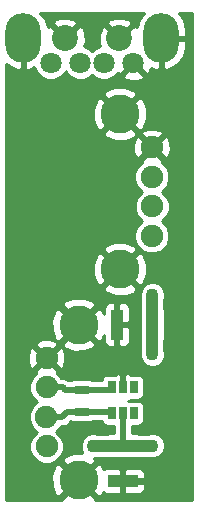
<source format=gbr>
G04 #@! TF.GenerationSoftware,KiCad,Pcbnew,(5.0.0)*
G04 #@! TF.CreationDate,2018-10-13T10:57:01-04:00*
G04 #@! TF.ProjectId,SecondPort_m3_usb,5365636F6E64506F72745F6D335F7573,1*
G04 #@! TF.SameCoordinates,Original*
G04 #@! TF.FileFunction,Copper,L2,Bot,Signal*
G04 #@! TF.FilePolarity,Positive*
%FSLAX46Y46*%
G04 Gerber Fmt 4.6, Leading zero omitted, Abs format (unit mm)*
G04 Created by KiCad (PCBNEW (5.0.0)) date 10/13/18 10:57:01*
%MOMM*%
%LPD*%
G01*
G04 APERTURE LIST*
G04 #@! TA.AperFunction,ComponentPad*
%ADD10C,1.900000*%
G04 #@! TD*
G04 #@! TA.AperFunction,ComponentPad*
%ADD11C,3.300000*%
G04 #@! TD*
G04 #@! TA.AperFunction,ComponentPad*
%ADD12O,3.000000X4.200000*%
G04 #@! TD*
G04 #@! TA.AperFunction,ComponentPad*
%ADD13C,2.200000*%
G04 #@! TD*
G04 #@! TA.AperFunction,ComponentPad*
%ADD14C,1.800000*%
G04 #@! TD*
G04 #@! TA.AperFunction,SMDPad,CuDef*
%ADD15R,1.300000X0.700000*%
G04 #@! TD*
G04 #@! TA.AperFunction,SMDPad,CuDef*
%ADD16R,0.650000X1.060000*%
G04 #@! TD*
G04 #@! TA.AperFunction,SMDPad,CuDef*
%ADD17R,1.000000X2.500000*%
G04 #@! TD*
G04 #@! TA.AperFunction,SMDPad,CuDef*
%ADD18R,2.500000X1.000000*%
G04 #@! TD*
G04 #@! TA.AperFunction,ViaPad*
%ADD19C,1.100000*%
G04 #@! TD*
G04 #@! TA.AperFunction,Conductor*
%ADD20C,0.500000*%
G04 #@! TD*
G04 #@! TA.AperFunction,Conductor*
%ADD21C,1.000000*%
G04 #@! TD*
G04 #@! TA.AperFunction,Conductor*
%ADD22C,0.254000*%
G04 #@! TD*
G04 APERTURE END LIST*
D10*
G04 #@! TO.P,J3,4*
G04 #@! TO.N,GND*
X106790000Y-129570000D03*
G04 #@! TO.P,J3,3*
G04 #@! TO.N,Net-(J3-Pad3)*
X106800000Y-132070000D03*
G04 #@! TO.P,J3,2*
G04 #@! TO.N,Net-(J3-Pad2)*
X106775000Y-134570000D03*
G04 #@! TO.P,J3,1*
G04 #@! TO.N,VBUS*
X106790000Y-137070000D03*
D11*
G04 #@! TO.P,J3,5*
G04 #@! TO.N,GND*
X109500000Y-126750000D03*
X109500000Y-139890000D03*
G04 #@! TD*
D12*
G04 #@! TO.P,J1,5*
G04 #@! TO.N,GND*
X116500000Y-102500000D03*
X104800000Y-102500000D03*
D13*
X112950000Y-102500000D03*
X108350000Y-102500000D03*
D14*
G04 #@! TO.P,J1,4*
X114150000Y-104600000D03*
G04 #@! TO.P,J1,3*
G04 #@! TO.N,Net-(J1-Pad3)*
X111650000Y-104600000D03*
G04 #@! TO.P,J1,2*
G04 #@! TO.N,Net-(J1-Pad2)*
X109650000Y-104600000D03*
G04 #@! TO.P,J1,1*
G04 #@! TO.N,VBUS*
X107150000Y-104600000D03*
G04 #@! TD*
D11*
G04 #@! TO.P,J2,5*
G04 #@! TO.N,GND*
X113000000Y-122070000D03*
X113000000Y-108930000D03*
D10*
G04 #@! TO.P,J2,1*
G04 #@! TO.N,VBUS*
X115710000Y-119250000D03*
G04 #@! TO.P,J2,2*
G04 #@! TO.N,Net-(J1-Pad2)*
X115725000Y-116750000D03*
G04 #@! TO.P,J2,3*
G04 #@! TO.N,Net-(J1-Pad3)*
X115700000Y-114250000D03*
G04 #@! TO.P,J2,4*
G04 #@! TO.N,GND*
X115710000Y-111750000D03*
G04 #@! TD*
D15*
G04 #@! TO.P,R1,2*
G04 #@! TO.N,Net-(J3-Pad2)*
X109750000Y-134150000D03*
G04 #@! TO.P,R1,1*
G04 #@! TO.N,Net-(J3-Pad3)*
X109750000Y-132250000D03*
G04 #@! TD*
D16*
G04 #@! TO.P,U1,5*
G04 #@! TO.N,VBUS*
X113250000Y-134250000D03*
G04 #@! TO.P,U1,6*
G04 #@! TO.N,Net-(J3-Pad2)*
X112300000Y-134250000D03*
G04 #@! TO.P,U1,4*
G04 #@! TO.N,Net-(U1-Pad4)*
X114200000Y-134250000D03*
G04 #@! TO.P,U1,3*
G04 #@! TO.N,Net-(U1-Pad3)*
X114200000Y-132050000D03*
G04 #@! TO.P,U1,2*
G04 #@! TO.N,GND*
X113250000Y-132050000D03*
G04 #@! TO.P,U1,1*
G04 #@! TO.N,Net-(J3-Pad3)*
X112300000Y-132050000D03*
G04 #@! TD*
D17*
G04 #@! TO.P,C2,2*
G04 #@! TO.N,GND*
X112750000Y-126750000D03*
G04 #@! TO.P,C2,1*
G04 #@! TO.N,VBUS*
X115750000Y-126750000D03*
G04 #@! TD*
D18*
G04 #@! TO.P,C1,2*
G04 #@! TO.N,GND*
X113250000Y-140000000D03*
G04 #@! TO.P,C1,1*
G04 #@! TO.N,VBUS*
X113250000Y-137000000D03*
G04 #@! TD*
D19*
G04 #@! TO.N,GND*
X112750000Y-129250000D03*
X115750000Y-140000000D03*
G04 #@! TO.N,VBUS*
X115750000Y-124250000D03*
X115750000Y-129250000D03*
X115750000Y-137000000D03*
X110750000Y-137000000D03*
G04 #@! TD*
D20*
G04 #@! TO.N,GND*
X112750000Y-126750000D02*
X112750000Y-129250000D01*
X113250000Y-140000000D02*
X115500000Y-140000000D01*
X115500000Y-140000000D02*
X115750000Y-140000000D01*
D21*
G04 #@! TO.N,VBUS*
X115750000Y-126750000D02*
X115750000Y-124250000D01*
D20*
X113250000Y-134250000D02*
X113250000Y-137000000D01*
D21*
X115750000Y-126750000D02*
X115750000Y-129250000D01*
X113250000Y-137000000D02*
X115750000Y-137000000D01*
X113250000Y-137000000D02*
X110750000Y-137000000D01*
D20*
G04 #@! TO.N,Net-(J3-Pad3)*
X108143502Y-132070000D02*
X108323502Y-132250000D01*
X106800000Y-132070000D02*
X108143502Y-132070000D01*
X108323502Y-132250000D02*
X109750000Y-132250000D01*
X112100000Y-132250000D02*
X112300000Y-132050000D01*
X109750000Y-132250000D02*
X112100000Y-132250000D01*
G04 #@! TO.N,Net-(J3-Pad2)*
X108600000Y-134150000D02*
X109750000Y-134150000D01*
X108538502Y-134150000D02*
X108600000Y-134150000D01*
X108118502Y-134570000D02*
X108538502Y-134150000D01*
X106775000Y-134570000D02*
X108118502Y-134570000D01*
X112200000Y-134150000D02*
X112300000Y-134250000D01*
X109750000Y-134150000D02*
X112200000Y-134150000D01*
G04 #@! TD*
D22*
G04 #@! TO.N,GND*
G36*
X119123000Y-141623000D02*
X110883754Y-141623000D01*
X110942709Y-141512314D01*
X109500000Y-140069605D01*
X108057291Y-141512314D01*
X108116246Y-141623000D01*
X103377000Y-141623000D01*
X103377000Y-139470426D01*
X107208327Y-139470426D01*
X107222206Y-140379350D01*
X107543334Y-141154621D01*
X107877686Y-141332709D01*
X109320395Y-139890000D01*
X109679605Y-139890000D01*
X111122314Y-141332709D01*
X111456666Y-141154621D01*
X111541813Y-140939839D01*
X111640301Y-141038327D01*
X111873690Y-141135000D01*
X112964250Y-141135000D01*
X113123000Y-140976250D01*
X113123000Y-140127000D01*
X113377000Y-140127000D01*
X113377000Y-140976250D01*
X113535750Y-141135000D01*
X114626310Y-141135000D01*
X114859699Y-141038327D01*
X115038327Y-140859698D01*
X115135000Y-140626309D01*
X115135000Y-140285750D01*
X114976250Y-140127000D01*
X113377000Y-140127000D01*
X113123000Y-140127000D01*
X113103000Y-140127000D01*
X113103000Y-139873000D01*
X113123000Y-139873000D01*
X113123000Y-139023750D01*
X113377000Y-139023750D01*
X113377000Y-139873000D01*
X114976250Y-139873000D01*
X115135000Y-139714250D01*
X115135000Y-139373691D01*
X115038327Y-139140302D01*
X114859699Y-138961673D01*
X114626310Y-138865000D01*
X113535750Y-138865000D01*
X113377000Y-139023750D01*
X113123000Y-139023750D01*
X112964250Y-138865000D01*
X111873690Y-138865000D01*
X111640301Y-138961673D01*
X111608950Y-138993024D01*
X111456666Y-138625379D01*
X111122314Y-138447291D01*
X109679605Y-139890000D01*
X109320395Y-139890000D01*
X107877686Y-138447291D01*
X107543334Y-138625379D01*
X107208327Y-139470426D01*
X103377000Y-139470426D01*
X103377000Y-134276206D01*
X105298000Y-134276206D01*
X105298000Y-134863794D01*
X105522860Y-135406653D01*
X105938347Y-135822140D01*
X105945927Y-135825280D01*
X105537860Y-136233347D01*
X105313000Y-136776206D01*
X105313000Y-137363794D01*
X105537860Y-137906653D01*
X105953347Y-138322140D01*
X106496206Y-138547000D01*
X107083794Y-138547000D01*
X107626653Y-138322140D01*
X108042140Y-137906653D01*
X108267000Y-137363794D01*
X108267000Y-136776206D01*
X108042140Y-136233347D01*
X107626653Y-135817860D01*
X107619073Y-135814720D01*
X108027140Y-135406653D01*
X108051098Y-135348814D01*
X108118502Y-135362222D01*
X108195027Y-135347000D01*
X108195028Y-135347000D01*
X108421672Y-135301918D01*
X108678688Y-135130186D01*
X108722040Y-135065305D01*
X108832360Y-134954985D01*
X108894375Y-134996423D01*
X109100000Y-135037324D01*
X110400000Y-135037324D01*
X110605625Y-134996423D01*
X110709523Y-134927000D01*
X111466916Y-134927000D01*
X111478577Y-134985625D01*
X111595055Y-135159945D01*
X111769375Y-135276423D01*
X111975000Y-135317324D01*
X112473000Y-135317324D01*
X112473001Y-135962676D01*
X112000000Y-135962676D01*
X111948097Y-135973000D01*
X111084940Y-135973000D01*
X110964229Y-135923000D01*
X110535771Y-135923000D01*
X110139928Y-136086963D01*
X109836963Y-136389928D01*
X109673000Y-136785771D01*
X109673000Y-137214229D01*
X109832648Y-137599654D01*
X109010650Y-137612206D01*
X108235379Y-137933334D01*
X108057291Y-138267686D01*
X109500000Y-139710395D01*
X110942709Y-138267686D01*
X110841143Y-138077000D01*
X110964229Y-138077000D01*
X111084940Y-138027000D01*
X111948097Y-138027000D01*
X112000000Y-138037324D01*
X114500000Y-138037324D01*
X114551903Y-138027000D01*
X115415060Y-138027000D01*
X115535771Y-138077000D01*
X115964229Y-138077000D01*
X116360072Y-137913037D01*
X116663037Y-137610072D01*
X116827000Y-137214229D01*
X116827000Y-136785771D01*
X116663037Y-136389928D01*
X116360072Y-136086963D01*
X115964229Y-135923000D01*
X115535771Y-135923000D01*
X115415060Y-135973000D01*
X114551903Y-135973000D01*
X114500000Y-135962676D01*
X114027000Y-135962676D01*
X114027000Y-135317324D01*
X114525000Y-135317324D01*
X114730625Y-135276423D01*
X114904945Y-135159945D01*
X115021423Y-134985625D01*
X115062324Y-134780000D01*
X115062324Y-133720000D01*
X115021423Y-133514375D01*
X114904945Y-133340055D01*
X114730625Y-133223577D01*
X114525000Y-133182676D01*
X113875000Y-133182676D01*
X113725000Y-133212513D01*
X113713052Y-133210136D01*
X113934699Y-133118327D01*
X113935702Y-133117324D01*
X114525000Y-133117324D01*
X114730625Y-133076423D01*
X114904945Y-132959945D01*
X115021423Y-132785625D01*
X115062324Y-132580000D01*
X115062324Y-131520000D01*
X115021423Y-131314375D01*
X114904945Y-131140055D01*
X114730625Y-131023577D01*
X114525000Y-130982676D01*
X113935702Y-130982676D01*
X113934699Y-130981673D01*
X113701310Y-130885000D01*
X113535750Y-130885000D01*
X113377000Y-131043750D01*
X113377000Y-131322303D01*
X113337676Y-131520000D01*
X113337676Y-132197000D01*
X113162324Y-132197000D01*
X113162324Y-131520000D01*
X113123000Y-131322303D01*
X113123000Y-131043750D01*
X112964250Y-130885000D01*
X112798690Y-130885000D01*
X112565301Y-130981673D01*
X112564298Y-130982676D01*
X111975000Y-130982676D01*
X111769375Y-131023577D01*
X111595055Y-131140055D01*
X111478577Y-131314375D01*
X111447025Y-131473000D01*
X110709523Y-131473000D01*
X110605625Y-131403577D01*
X110400000Y-131362676D01*
X109100000Y-131362676D01*
X108894375Y-131403577D01*
X108790477Y-131473000D01*
X108648592Y-131473000D01*
X108446672Y-131338082D01*
X108220028Y-131293000D01*
X108220027Y-131293000D01*
X108143502Y-131277778D01*
X108076098Y-131291186D01*
X108052140Y-131233347D01*
X107668851Y-130850058D01*
X107726745Y-130686350D01*
X106790000Y-129749605D01*
X105853255Y-130686350D01*
X105916374Y-130864833D01*
X105547860Y-131233347D01*
X105323000Y-131776206D01*
X105323000Y-132363794D01*
X105547860Y-132906653D01*
X105952998Y-133311791D01*
X105938347Y-133317860D01*
X105522860Y-133733347D01*
X105298000Y-134276206D01*
X103377000Y-134276206D01*
X103377000Y-129317398D01*
X105193812Y-129317398D01*
X105218648Y-129947461D01*
X105411981Y-130414208D01*
X105673650Y-130506745D01*
X106610395Y-129570000D01*
X106969605Y-129570000D01*
X107906350Y-130506745D01*
X108168019Y-130414208D01*
X108386188Y-129822602D01*
X108361352Y-129192539D01*
X108168019Y-128725792D01*
X107906350Y-128633255D01*
X106969605Y-129570000D01*
X106610395Y-129570000D01*
X105673650Y-128633255D01*
X105411981Y-128725792D01*
X105193812Y-129317398D01*
X103377000Y-129317398D01*
X103377000Y-128453650D01*
X105853255Y-128453650D01*
X106790000Y-129390395D01*
X107726745Y-128453650D01*
X107697982Y-128372314D01*
X108057291Y-128372314D01*
X108235379Y-128706666D01*
X109080426Y-129041673D01*
X109989350Y-129027794D01*
X110764621Y-128706666D01*
X110942709Y-128372314D01*
X109500000Y-126929605D01*
X108057291Y-128372314D01*
X107697982Y-128372314D01*
X107634208Y-128191981D01*
X107042602Y-127973812D01*
X106412539Y-127998648D01*
X105945792Y-128191981D01*
X105853255Y-128453650D01*
X103377000Y-128453650D01*
X103377000Y-126330426D01*
X107208327Y-126330426D01*
X107222206Y-127239350D01*
X107543334Y-128014621D01*
X107877686Y-128192709D01*
X109320395Y-126750000D01*
X109679605Y-126750000D01*
X111122314Y-128192709D01*
X111456666Y-128014621D01*
X111615000Y-127615227D01*
X111615000Y-128126310D01*
X111711673Y-128359699D01*
X111890302Y-128538327D01*
X112123691Y-128635000D01*
X112464250Y-128635000D01*
X112623000Y-128476250D01*
X112623000Y-126877000D01*
X112877000Y-126877000D01*
X112877000Y-128476250D01*
X113035750Y-128635000D01*
X113376309Y-128635000D01*
X113609698Y-128538327D01*
X113788327Y-128359699D01*
X113885000Y-128126310D01*
X113885000Y-127035750D01*
X113726250Y-126877000D01*
X112877000Y-126877000D01*
X112623000Y-126877000D01*
X112603000Y-126877000D01*
X112603000Y-126623000D01*
X112623000Y-126623000D01*
X112623000Y-125023750D01*
X112877000Y-125023750D01*
X112877000Y-126623000D01*
X113726250Y-126623000D01*
X113885000Y-126464250D01*
X113885000Y-125373690D01*
X113788327Y-125140301D01*
X113609698Y-124961673D01*
X113376309Y-124865000D01*
X113035750Y-124865000D01*
X112877000Y-125023750D01*
X112623000Y-125023750D01*
X112464250Y-124865000D01*
X112123691Y-124865000D01*
X111890302Y-124961673D01*
X111711673Y-125140301D01*
X111615000Y-125373690D01*
X111615000Y-125867631D01*
X111456666Y-125485379D01*
X111122314Y-125307291D01*
X109679605Y-126750000D01*
X109320395Y-126750000D01*
X107877686Y-125307291D01*
X107543334Y-125485379D01*
X107208327Y-126330426D01*
X103377000Y-126330426D01*
X103377000Y-125127686D01*
X108057291Y-125127686D01*
X109500000Y-126570395D01*
X110942709Y-125127686D01*
X110764621Y-124793334D01*
X109919574Y-124458327D01*
X109010650Y-124472206D01*
X108235379Y-124793334D01*
X108057291Y-125127686D01*
X103377000Y-125127686D01*
X103377000Y-123692314D01*
X111557291Y-123692314D01*
X111735379Y-124026666D01*
X112580426Y-124361673D01*
X113489350Y-124347794D01*
X114242639Y-124035771D01*
X114673000Y-124035771D01*
X114673000Y-124464229D01*
X114723001Y-124584942D01*
X114723001Y-125448095D01*
X114712676Y-125500000D01*
X114712676Y-128000000D01*
X114723001Y-128051905D01*
X114723001Y-128915058D01*
X114673000Y-129035771D01*
X114673000Y-129464229D01*
X114836963Y-129860072D01*
X115139928Y-130163037D01*
X115535771Y-130327000D01*
X115964229Y-130327000D01*
X116360072Y-130163037D01*
X116663037Y-129860072D01*
X116827000Y-129464229D01*
X116827000Y-129035771D01*
X116777000Y-128915060D01*
X116777000Y-128051903D01*
X116787324Y-128000000D01*
X116787324Y-125500000D01*
X116777000Y-125448097D01*
X116777000Y-124584940D01*
X116827000Y-124464229D01*
X116827000Y-124035771D01*
X116663037Y-123639928D01*
X116360072Y-123336963D01*
X115964229Y-123173000D01*
X115535771Y-123173000D01*
X115139928Y-123336963D01*
X114836963Y-123639928D01*
X114673000Y-124035771D01*
X114242639Y-124035771D01*
X114264621Y-124026666D01*
X114442709Y-123692314D01*
X113000000Y-122249605D01*
X111557291Y-123692314D01*
X103377000Y-123692314D01*
X103377000Y-121650426D01*
X110708327Y-121650426D01*
X110722206Y-122559350D01*
X111043334Y-123334621D01*
X111377686Y-123512709D01*
X112820395Y-122070000D01*
X113179605Y-122070000D01*
X114622314Y-123512709D01*
X114956666Y-123334621D01*
X115291673Y-122489574D01*
X115277794Y-121580650D01*
X114956666Y-120805379D01*
X114622314Y-120627291D01*
X113179605Y-122070000D01*
X112820395Y-122070000D01*
X111377686Y-120627291D01*
X111043334Y-120805379D01*
X110708327Y-121650426D01*
X103377000Y-121650426D01*
X103377000Y-120447686D01*
X111557291Y-120447686D01*
X113000000Y-121890395D01*
X114442709Y-120447686D01*
X114264621Y-120113334D01*
X113419574Y-119778327D01*
X112510650Y-119792206D01*
X111735379Y-120113334D01*
X111557291Y-120447686D01*
X103377000Y-120447686D01*
X103377000Y-113956206D01*
X114223000Y-113956206D01*
X114223000Y-114543794D01*
X114447860Y-115086653D01*
X114863347Y-115502140D01*
X114877998Y-115508209D01*
X114472860Y-115913347D01*
X114248000Y-116456206D01*
X114248000Y-117043794D01*
X114472860Y-117586653D01*
X114880927Y-117994720D01*
X114873347Y-117997860D01*
X114457860Y-118413347D01*
X114233000Y-118956206D01*
X114233000Y-119543794D01*
X114457860Y-120086653D01*
X114873347Y-120502140D01*
X115416206Y-120727000D01*
X116003794Y-120727000D01*
X116546653Y-120502140D01*
X116962140Y-120086653D01*
X117187000Y-119543794D01*
X117187000Y-118956206D01*
X116962140Y-118413347D01*
X116554073Y-118005280D01*
X116561653Y-118002140D01*
X116977140Y-117586653D01*
X117202000Y-117043794D01*
X117202000Y-116456206D01*
X116977140Y-115913347D01*
X116561653Y-115497860D01*
X116547002Y-115491791D01*
X116952140Y-115086653D01*
X117177000Y-114543794D01*
X117177000Y-113956206D01*
X116952140Y-113413347D01*
X116583626Y-113044833D01*
X116646745Y-112866350D01*
X115710000Y-111929605D01*
X114773255Y-112866350D01*
X114831149Y-113030058D01*
X114447860Y-113413347D01*
X114223000Y-113956206D01*
X103377000Y-113956206D01*
X103377000Y-111497398D01*
X114113812Y-111497398D01*
X114138648Y-112127461D01*
X114331981Y-112594208D01*
X114593650Y-112686745D01*
X115530395Y-111750000D01*
X115889605Y-111750000D01*
X116826350Y-112686745D01*
X117088019Y-112594208D01*
X117306188Y-112002602D01*
X117281352Y-111372539D01*
X117088019Y-110905792D01*
X116826350Y-110813255D01*
X115889605Y-111750000D01*
X115530395Y-111750000D01*
X114593650Y-110813255D01*
X114331981Y-110905792D01*
X114113812Y-111497398D01*
X103377000Y-111497398D01*
X103377000Y-110552314D01*
X111557291Y-110552314D01*
X111735379Y-110886666D01*
X112580426Y-111221673D01*
X113489350Y-111207794D01*
X114264621Y-110886666D01*
X114399386Y-110633650D01*
X114773255Y-110633650D01*
X115710000Y-111570395D01*
X116646745Y-110633650D01*
X116554208Y-110371981D01*
X115962602Y-110153812D01*
X115332539Y-110178648D01*
X114865792Y-110371981D01*
X114773255Y-110633650D01*
X114399386Y-110633650D01*
X114442709Y-110552314D01*
X113000000Y-109109605D01*
X111557291Y-110552314D01*
X103377000Y-110552314D01*
X103377000Y-108510426D01*
X110708327Y-108510426D01*
X110722206Y-109419350D01*
X111043334Y-110194621D01*
X111377686Y-110372709D01*
X112820395Y-108930000D01*
X113179605Y-108930000D01*
X114622314Y-110372709D01*
X114956666Y-110194621D01*
X115291673Y-109349574D01*
X115277794Y-108440650D01*
X114956666Y-107665379D01*
X114622314Y-107487291D01*
X113179605Y-108930000D01*
X112820395Y-108930000D01*
X111377686Y-107487291D01*
X111043334Y-107665379D01*
X110708327Y-108510426D01*
X103377000Y-108510426D01*
X103377000Y-107307686D01*
X111557291Y-107307686D01*
X113000000Y-108750395D01*
X114442709Y-107307686D01*
X114264621Y-106973334D01*
X113419574Y-106638327D01*
X112510650Y-106652206D01*
X111735379Y-106973334D01*
X111557291Y-107307686D01*
X103377000Y-107307686D01*
X103377000Y-104695346D01*
X103380130Y-104699476D01*
X104100304Y-105121084D01*
X104341167Y-105185113D01*
X104673000Y-105072165D01*
X104673000Y-102627000D01*
X104653000Y-102627000D01*
X104653000Y-102373000D01*
X104673000Y-102373000D01*
X104673000Y-102353000D01*
X104927000Y-102353000D01*
X104927000Y-102373000D01*
X104947000Y-102373000D01*
X104947000Y-102627000D01*
X104927000Y-102627000D01*
X104927000Y-105072165D01*
X105258833Y-105185113D01*
X105499696Y-105121084D01*
X105758507Y-104969570D01*
X105940247Y-105408331D01*
X106341669Y-105809753D01*
X106866152Y-106027000D01*
X107433848Y-106027000D01*
X107958331Y-105809753D01*
X108359753Y-105408331D01*
X108400000Y-105311166D01*
X108440247Y-105408331D01*
X108841669Y-105809753D01*
X109366152Y-106027000D01*
X109933848Y-106027000D01*
X110458331Y-105809753D01*
X110650000Y-105618084D01*
X110841669Y-105809753D01*
X111366152Y-106027000D01*
X111933848Y-106027000D01*
X112458331Y-105809753D01*
X112587925Y-105680159D01*
X113249446Y-105680159D01*
X113335852Y-105936643D01*
X113909336Y-106146458D01*
X114519460Y-106120839D01*
X114964148Y-105936643D01*
X115050554Y-105680159D01*
X114150000Y-104779605D01*
X113249446Y-105680159D01*
X112587925Y-105680159D01*
X112843710Y-105424374D01*
X113069841Y-105500554D01*
X113970395Y-104600000D01*
X113956253Y-104585858D01*
X114135858Y-104406253D01*
X114150000Y-104420395D01*
X114164143Y-104406253D01*
X114343748Y-104585858D01*
X114329605Y-104600000D01*
X115230159Y-105500554D01*
X115486643Y-105414148D01*
X115630280Y-105021548D01*
X115800304Y-105121084D01*
X116041167Y-105185113D01*
X116373000Y-105072165D01*
X116373000Y-102627000D01*
X116627000Y-102627000D01*
X116627000Y-105072165D01*
X116958833Y-105185113D01*
X117199696Y-105121084D01*
X117919870Y-104699476D01*
X118423882Y-104034362D01*
X118635000Y-103227000D01*
X118635000Y-102627000D01*
X116627000Y-102627000D01*
X116373000Y-102627000D01*
X116353000Y-102627000D01*
X116353000Y-102373000D01*
X116373000Y-102373000D01*
X116373000Y-102353000D01*
X116627000Y-102353000D01*
X116627000Y-102373000D01*
X118635000Y-102373000D01*
X118635000Y-101773000D01*
X118423882Y-100965638D01*
X117977822Y-100377000D01*
X119123000Y-100377000D01*
X119123000Y-141623000D01*
X119123000Y-141623000D01*
G37*
X119123000Y-141623000D02*
X110883754Y-141623000D01*
X110942709Y-141512314D01*
X109500000Y-140069605D01*
X108057291Y-141512314D01*
X108116246Y-141623000D01*
X103377000Y-141623000D01*
X103377000Y-139470426D01*
X107208327Y-139470426D01*
X107222206Y-140379350D01*
X107543334Y-141154621D01*
X107877686Y-141332709D01*
X109320395Y-139890000D01*
X109679605Y-139890000D01*
X111122314Y-141332709D01*
X111456666Y-141154621D01*
X111541813Y-140939839D01*
X111640301Y-141038327D01*
X111873690Y-141135000D01*
X112964250Y-141135000D01*
X113123000Y-140976250D01*
X113123000Y-140127000D01*
X113377000Y-140127000D01*
X113377000Y-140976250D01*
X113535750Y-141135000D01*
X114626310Y-141135000D01*
X114859699Y-141038327D01*
X115038327Y-140859698D01*
X115135000Y-140626309D01*
X115135000Y-140285750D01*
X114976250Y-140127000D01*
X113377000Y-140127000D01*
X113123000Y-140127000D01*
X113103000Y-140127000D01*
X113103000Y-139873000D01*
X113123000Y-139873000D01*
X113123000Y-139023750D01*
X113377000Y-139023750D01*
X113377000Y-139873000D01*
X114976250Y-139873000D01*
X115135000Y-139714250D01*
X115135000Y-139373691D01*
X115038327Y-139140302D01*
X114859699Y-138961673D01*
X114626310Y-138865000D01*
X113535750Y-138865000D01*
X113377000Y-139023750D01*
X113123000Y-139023750D01*
X112964250Y-138865000D01*
X111873690Y-138865000D01*
X111640301Y-138961673D01*
X111608950Y-138993024D01*
X111456666Y-138625379D01*
X111122314Y-138447291D01*
X109679605Y-139890000D01*
X109320395Y-139890000D01*
X107877686Y-138447291D01*
X107543334Y-138625379D01*
X107208327Y-139470426D01*
X103377000Y-139470426D01*
X103377000Y-134276206D01*
X105298000Y-134276206D01*
X105298000Y-134863794D01*
X105522860Y-135406653D01*
X105938347Y-135822140D01*
X105945927Y-135825280D01*
X105537860Y-136233347D01*
X105313000Y-136776206D01*
X105313000Y-137363794D01*
X105537860Y-137906653D01*
X105953347Y-138322140D01*
X106496206Y-138547000D01*
X107083794Y-138547000D01*
X107626653Y-138322140D01*
X108042140Y-137906653D01*
X108267000Y-137363794D01*
X108267000Y-136776206D01*
X108042140Y-136233347D01*
X107626653Y-135817860D01*
X107619073Y-135814720D01*
X108027140Y-135406653D01*
X108051098Y-135348814D01*
X108118502Y-135362222D01*
X108195027Y-135347000D01*
X108195028Y-135347000D01*
X108421672Y-135301918D01*
X108678688Y-135130186D01*
X108722040Y-135065305D01*
X108832360Y-134954985D01*
X108894375Y-134996423D01*
X109100000Y-135037324D01*
X110400000Y-135037324D01*
X110605625Y-134996423D01*
X110709523Y-134927000D01*
X111466916Y-134927000D01*
X111478577Y-134985625D01*
X111595055Y-135159945D01*
X111769375Y-135276423D01*
X111975000Y-135317324D01*
X112473000Y-135317324D01*
X112473001Y-135962676D01*
X112000000Y-135962676D01*
X111948097Y-135973000D01*
X111084940Y-135973000D01*
X110964229Y-135923000D01*
X110535771Y-135923000D01*
X110139928Y-136086963D01*
X109836963Y-136389928D01*
X109673000Y-136785771D01*
X109673000Y-137214229D01*
X109832648Y-137599654D01*
X109010650Y-137612206D01*
X108235379Y-137933334D01*
X108057291Y-138267686D01*
X109500000Y-139710395D01*
X110942709Y-138267686D01*
X110841143Y-138077000D01*
X110964229Y-138077000D01*
X111084940Y-138027000D01*
X111948097Y-138027000D01*
X112000000Y-138037324D01*
X114500000Y-138037324D01*
X114551903Y-138027000D01*
X115415060Y-138027000D01*
X115535771Y-138077000D01*
X115964229Y-138077000D01*
X116360072Y-137913037D01*
X116663037Y-137610072D01*
X116827000Y-137214229D01*
X116827000Y-136785771D01*
X116663037Y-136389928D01*
X116360072Y-136086963D01*
X115964229Y-135923000D01*
X115535771Y-135923000D01*
X115415060Y-135973000D01*
X114551903Y-135973000D01*
X114500000Y-135962676D01*
X114027000Y-135962676D01*
X114027000Y-135317324D01*
X114525000Y-135317324D01*
X114730625Y-135276423D01*
X114904945Y-135159945D01*
X115021423Y-134985625D01*
X115062324Y-134780000D01*
X115062324Y-133720000D01*
X115021423Y-133514375D01*
X114904945Y-133340055D01*
X114730625Y-133223577D01*
X114525000Y-133182676D01*
X113875000Y-133182676D01*
X113725000Y-133212513D01*
X113713052Y-133210136D01*
X113934699Y-133118327D01*
X113935702Y-133117324D01*
X114525000Y-133117324D01*
X114730625Y-133076423D01*
X114904945Y-132959945D01*
X115021423Y-132785625D01*
X115062324Y-132580000D01*
X115062324Y-131520000D01*
X115021423Y-131314375D01*
X114904945Y-131140055D01*
X114730625Y-131023577D01*
X114525000Y-130982676D01*
X113935702Y-130982676D01*
X113934699Y-130981673D01*
X113701310Y-130885000D01*
X113535750Y-130885000D01*
X113377000Y-131043750D01*
X113377000Y-131322303D01*
X113337676Y-131520000D01*
X113337676Y-132197000D01*
X113162324Y-132197000D01*
X113162324Y-131520000D01*
X113123000Y-131322303D01*
X113123000Y-131043750D01*
X112964250Y-130885000D01*
X112798690Y-130885000D01*
X112565301Y-130981673D01*
X112564298Y-130982676D01*
X111975000Y-130982676D01*
X111769375Y-131023577D01*
X111595055Y-131140055D01*
X111478577Y-131314375D01*
X111447025Y-131473000D01*
X110709523Y-131473000D01*
X110605625Y-131403577D01*
X110400000Y-131362676D01*
X109100000Y-131362676D01*
X108894375Y-131403577D01*
X108790477Y-131473000D01*
X108648592Y-131473000D01*
X108446672Y-131338082D01*
X108220028Y-131293000D01*
X108220027Y-131293000D01*
X108143502Y-131277778D01*
X108076098Y-131291186D01*
X108052140Y-131233347D01*
X107668851Y-130850058D01*
X107726745Y-130686350D01*
X106790000Y-129749605D01*
X105853255Y-130686350D01*
X105916374Y-130864833D01*
X105547860Y-131233347D01*
X105323000Y-131776206D01*
X105323000Y-132363794D01*
X105547860Y-132906653D01*
X105952998Y-133311791D01*
X105938347Y-133317860D01*
X105522860Y-133733347D01*
X105298000Y-134276206D01*
X103377000Y-134276206D01*
X103377000Y-129317398D01*
X105193812Y-129317398D01*
X105218648Y-129947461D01*
X105411981Y-130414208D01*
X105673650Y-130506745D01*
X106610395Y-129570000D01*
X106969605Y-129570000D01*
X107906350Y-130506745D01*
X108168019Y-130414208D01*
X108386188Y-129822602D01*
X108361352Y-129192539D01*
X108168019Y-128725792D01*
X107906350Y-128633255D01*
X106969605Y-129570000D01*
X106610395Y-129570000D01*
X105673650Y-128633255D01*
X105411981Y-128725792D01*
X105193812Y-129317398D01*
X103377000Y-129317398D01*
X103377000Y-128453650D01*
X105853255Y-128453650D01*
X106790000Y-129390395D01*
X107726745Y-128453650D01*
X107697982Y-128372314D01*
X108057291Y-128372314D01*
X108235379Y-128706666D01*
X109080426Y-129041673D01*
X109989350Y-129027794D01*
X110764621Y-128706666D01*
X110942709Y-128372314D01*
X109500000Y-126929605D01*
X108057291Y-128372314D01*
X107697982Y-128372314D01*
X107634208Y-128191981D01*
X107042602Y-127973812D01*
X106412539Y-127998648D01*
X105945792Y-128191981D01*
X105853255Y-128453650D01*
X103377000Y-128453650D01*
X103377000Y-126330426D01*
X107208327Y-126330426D01*
X107222206Y-127239350D01*
X107543334Y-128014621D01*
X107877686Y-128192709D01*
X109320395Y-126750000D01*
X109679605Y-126750000D01*
X111122314Y-128192709D01*
X111456666Y-128014621D01*
X111615000Y-127615227D01*
X111615000Y-128126310D01*
X111711673Y-128359699D01*
X111890302Y-128538327D01*
X112123691Y-128635000D01*
X112464250Y-128635000D01*
X112623000Y-128476250D01*
X112623000Y-126877000D01*
X112877000Y-126877000D01*
X112877000Y-128476250D01*
X113035750Y-128635000D01*
X113376309Y-128635000D01*
X113609698Y-128538327D01*
X113788327Y-128359699D01*
X113885000Y-128126310D01*
X113885000Y-127035750D01*
X113726250Y-126877000D01*
X112877000Y-126877000D01*
X112623000Y-126877000D01*
X112603000Y-126877000D01*
X112603000Y-126623000D01*
X112623000Y-126623000D01*
X112623000Y-125023750D01*
X112877000Y-125023750D01*
X112877000Y-126623000D01*
X113726250Y-126623000D01*
X113885000Y-126464250D01*
X113885000Y-125373690D01*
X113788327Y-125140301D01*
X113609698Y-124961673D01*
X113376309Y-124865000D01*
X113035750Y-124865000D01*
X112877000Y-125023750D01*
X112623000Y-125023750D01*
X112464250Y-124865000D01*
X112123691Y-124865000D01*
X111890302Y-124961673D01*
X111711673Y-125140301D01*
X111615000Y-125373690D01*
X111615000Y-125867631D01*
X111456666Y-125485379D01*
X111122314Y-125307291D01*
X109679605Y-126750000D01*
X109320395Y-126750000D01*
X107877686Y-125307291D01*
X107543334Y-125485379D01*
X107208327Y-126330426D01*
X103377000Y-126330426D01*
X103377000Y-125127686D01*
X108057291Y-125127686D01*
X109500000Y-126570395D01*
X110942709Y-125127686D01*
X110764621Y-124793334D01*
X109919574Y-124458327D01*
X109010650Y-124472206D01*
X108235379Y-124793334D01*
X108057291Y-125127686D01*
X103377000Y-125127686D01*
X103377000Y-123692314D01*
X111557291Y-123692314D01*
X111735379Y-124026666D01*
X112580426Y-124361673D01*
X113489350Y-124347794D01*
X114242639Y-124035771D01*
X114673000Y-124035771D01*
X114673000Y-124464229D01*
X114723001Y-124584942D01*
X114723001Y-125448095D01*
X114712676Y-125500000D01*
X114712676Y-128000000D01*
X114723001Y-128051905D01*
X114723001Y-128915058D01*
X114673000Y-129035771D01*
X114673000Y-129464229D01*
X114836963Y-129860072D01*
X115139928Y-130163037D01*
X115535771Y-130327000D01*
X115964229Y-130327000D01*
X116360072Y-130163037D01*
X116663037Y-129860072D01*
X116827000Y-129464229D01*
X116827000Y-129035771D01*
X116777000Y-128915060D01*
X116777000Y-128051903D01*
X116787324Y-128000000D01*
X116787324Y-125500000D01*
X116777000Y-125448097D01*
X116777000Y-124584940D01*
X116827000Y-124464229D01*
X116827000Y-124035771D01*
X116663037Y-123639928D01*
X116360072Y-123336963D01*
X115964229Y-123173000D01*
X115535771Y-123173000D01*
X115139928Y-123336963D01*
X114836963Y-123639928D01*
X114673000Y-124035771D01*
X114242639Y-124035771D01*
X114264621Y-124026666D01*
X114442709Y-123692314D01*
X113000000Y-122249605D01*
X111557291Y-123692314D01*
X103377000Y-123692314D01*
X103377000Y-121650426D01*
X110708327Y-121650426D01*
X110722206Y-122559350D01*
X111043334Y-123334621D01*
X111377686Y-123512709D01*
X112820395Y-122070000D01*
X113179605Y-122070000D01*
X114622314Y-123512709D01*
X114956666Y-123334621D01*
X115291673Y-122489574D01*
X115277794Y-121580650D01*
X114956666Y-120805379D01*
X114622314Y-120627291D01*
X113179605Y-122070000D01*
X112820395Y-122070000D01*
X111377686Y-120627291D01*
X111043334Y-120805379D01*
X110708327Y-121650426D01*
X103377000Y-121650426D01*
X103377000Y-120447686D01*
X111557291Y-120447686D01*
X113000000Y-121890395D01*
X114442709Y-120447686D01*
X114264621Y-120113334D01*
X113419574Y-119778327D01*
X112510650Y-119792206D01*
X111735379Y-120113334D01*
X111557291Y-120447686D01*
X103377000Y-120447686D01*
X103377000Y-113956206D01*
X114223000Y-113956206D01*
X114223000Y-114543794D01*
X114447860Y-115086653D01*
X114863347Y-115502140D01*
X114877998Y-115508209D01*
X114472860Y-115913347D01*
X114248000Y-116456206D01*
X114248000Y-117043794D01*
X114472860Y-117586653D01*
X114880927Y-117994720D01*
X114873347Y-117997860D01*
X114457860Y-118413347D01*
X114233000Y-118956206D01*
X114233000Y-119543794D01*
X114457860Y-120086653D01*
X114873347Y-120502140D01*
X115416206Y-120727000D01*
X116003794Y-120727000D01*
X116546653Y-120502140D01*
X116962140Y-120086653D01*
X117187000Y-119543794D01*
X117187000Y-118956206D01*
X116962140Y-118413347D01*
X116554073Y-118005280D01*
X116561653Y-118002140D01*
X116977140Y-117586653D01*
X117202000Y-117043794D01*
X117202000Y-116456206D01*
X116977140Y-115913347D01*
X116561653Y-115497860D01*
X116547002Y-115491791D01*
X116952140Y-115086653D01*
X117177000Y-114543794D01*
X117177000Y-113956206D01*
X116952140Y-113413347D01*
X116583626Y-113044833D01*
X116646745Y-112866350D01*
X115710000Y-111929605D01*
X114773255Y-112866350D01*
X114831149Y-113030058D01*
X114447860Y-113413347D01*
X114223000Y-113956206D01*
X103377000Y-113956206D01*
X103377000Y-111497398D01*
X114113812Y-111497398D01*
X114138648Y-112127461D01*
X114331981Y-112594208D01*
X114593650Y-112686745D01*
X115530395Y-111750000D01*
X115889605Y-111750000D01*
X116826350Y-112686745D01*
X117088019Y-112594208D01*
X117306188Y-112002602D01*
X117281352Y-111372539D01*
X117088019Y-110905792D01*
X116826350Y-110813255D01*
X115889605Y-111750000D01*
X115530395Y-111750000D01*
X114593650Y-110813255D01*
X114331981Y-110905792D01*
X114113812Y-111497398D01*
X103377000Y-111497398D01*
X103377000Y-110552314D01*
X111557291Y-110552314D01*
X111735379Y-110886666D01*
X112580426Y-111221673D01*
X113489350Y-111207794D01*
X114264621Y-110886666D01*
X114399386Y-110633650D01*
X114773255Y-110633650D01*
X115710000Y-111570395D01*
X116646745Y-110633650D01*
X116554208Y-110371981D01*
X115962602Y-110153812D01*
X115332539Y-110178648D01*
X114865792Y-110371981D01*
X114773255Y-110633650D01*
X114399386Y-110633650D01*
X114442709Y-110552314D01*
X113000000Y-109109605D01*
X111557291Y-110552314D01*
X103377000Y-110552314D01*
X103377000Y-108510426D01*
X110708327Y-108510426D01*
X110722206Y-109419350D01*
X111043334Y-110194621D01*
X111377686Y-110372709D01*
X112820395Y-108930000D01*
X113179605Y-108930000D01*
X114622314Y-110372709D01*
X114956666Y-110194621D01*
X115291673Y-109349574D01*
X115277794Y-108440650D01*
X114956666Y-107665379D01*
X114622314Y-107487291D01*
X113179605Y-108930000D01*
X112820395Y-108930000D01*
X111377686Y-107487291D01*
X111043334Y-107665379D01*
X110708327Y-108510426D01*
X103377000Y-108510426D01*
X103377000Y-107307686D01*
X111557291Y-107307686D01*
X113000000Y-108750395D01*
X114442709Y-107307686D01*
X114264621Y-106973334D01*
X113419574Y-106638327D01*
X112510650Y-106652206D01*
X111735379Y-106973334D01*
X111557291Y-107307686D01*
X103377000Y-107307686D01*
X103377000Y-104695346D01*
X103380130Y-104699476D01*
X104100304Y-105121084D01*
X104341167Y-105185113D01*
X104673000Y-105072165D01*
X104673000Y-102627000D01*
X104653000Y-102627000D01*
X104653000Y-102373000D01*
X104673000Y-102373000D01*
X104673000Y-102353000D01*
X104927000Y-102353000D01*
X104927000Y-102373000D01*
X104947000Y-102373000D01*
X104947000Y-102627000D01*
X104927000Y-102627000D01*
X104927000Y-105072165D01*
X105258833Y-105185113D01*
X105499696Y-105121084D01*
X105758507Y-104969570D01*
X105940247Y-105408331D01*
X106341669Y-105809753D01*
X106866152Y-106027000D01*
X107433848Y-106027000D01*
X107958331Y-105809753D01*
X108359753Y-105408331D01*
X108400000Y-105311166D01*
X108440247Y-105408331D01*
X108841669Y-105809753D01*
X109366152Y-106027000D01*
X109933848Y-106027000D01*
X110458331Y-105809753D01*
X110650000Y-105618084D01*
X110841669Y-105809753D01*
X111366152Y-106027000D01*
X111933848Y-106027000D01*
X112458331Y-105809753D01*
X112587925Y-105680159D01*
X113249446Y-105680159D01*
X113335852Y-105936643D01*
X113909336Y-106146458D01*
X114519460Y-106120839D01*
X114964148Y-105936643D01*
X115050554Y-105680159D01*
X114150000Y-104779605D01*
X113249446Y-105680159D01*
X112587925Y-105680159D01*
X112843710Y-105424374D01*
X113069841Y-105500554D01*
X113970395Y-104600000D01*
X113956253Y-104585858D01*
X114135858Y-104406253D01*
X114150000Y-104420395D01*
X114164143Y-104406253D01*
X114343748Y-104585858D01*
X114329605Y-104600000D01*
X115230159Y-105500554D01*
X115486643Y-105414148D01*
X115630280Y-105021548D01*
X115800304Y-105121084D01*
X116041167Y-105185113D01*
X116373000Y-105072165D01*
X116373000Y-102627000D01*
X116627000Y-102627000D01*
X116627000Y-105072165D01*
X116958833Y-105185113D01*
X117199696Y-105121084D01*
X117919870Y-104699476D01*
X118423882Y-104034362D01*
X118635000Y-103227000D01*
X118635000Y-102627000D01*
X116627000Y-102627000D01*
X116373000Y-102627000D01*
X116353000Y-102627000D01*
X116353000Y-102373000D01*
X116373000Y-102373000D01*
X116373000Y-102353000D01*
X116627000Y-102353000D01*
X116627000Y-102373000D01*
X118635000Y-102373000D01*
X118635000Y-101773000D01*
X118423882Y-100965638D01*
X117977822Y-100377000D01*
X119123000Y-100377000D01*
X119123000Y-141623000D01*
G36*
X114576118Y-100965638D02*
X114422336Y-101553735D01*
X114174868Y-101454737D01*
X113129605Y-102500000D01*
X113143748Y-102514143D01*
X112964143Y-102693748D01*
X112950000Y-102679605D01*
X112935858Y-102693748D01*
X112756253Y-102514143D01*
X112770395Y-102500000D01*
X111725132Y-101454737D01*
X111447901Y-101565641D01*
X111204677Y-102211593D01*
X111227164Y-102901453D01*
X111343525Y-103182372D01*
X110841669Y-103390247D01*
X110650000Y-103581916D01*
X110458331Y-103390247D01*
X109948262Y-103178970D01*
X110095323Y-102788407D01*
X110072836Y-102098547D01*
X109852099Y-101565641D01*
X109574868Y-101454737D01*
X108529605Y-102500000D01*
X108543748Y-102514143D01*
X108364143Y-102693748D01*
X108350000Y-102679605D01*
X108335858Y-102693748D01*
X108156253Y-102514143D01*
X108170395Y-102500000D01*
X107125132Y-101454737D01*
X106877664Y-101553735D01*
X106804812Y-101275132D01*
X107304737Y-101275132D01*
X108350000Y-102320395D01*
X109395263Y-101275132D01*
X111904737Y-101275132D01*
X112950000Y-102320395D01*
X113995263Y-101275132D01*
X113884359Y-100997901D01*
X113238407Y-100754677D01*
X112548547Y-100777164D01*
X112015641Y-100997901D01*
X111904737Y-101275132D01*
X109395263Y-101275132D01*
X109284359Y-100997901D01*
X108638407Y-100754677D01*
X107948547Y-100777164D01*
X107415641Y-100997901D01*
X107304737Y-101275132D01*
X106804812Y-101275132D01*
X106723882Y-100965638D01*
X106277822Y-100377000D01*
X115022178Y-100377000D01*
X114576118Y-100965638D01*
X114576118Y-100965638D01*
G37*
X114576118Y-100965638D02*
X114422336Y-101553735D01*
X114174868Y-101454737D01*
X113129605Y-102500000D01*
X113143748Y-102514143D01*
X112964143Y-102693748D01*
X112950000Y-102679605D01*
X112935858Y-102693748D01*
X112756253Y-102514143D01*
X112770395Y-102500000D01*
X111725132Y-101454737D01*
X111447901Y-101565641D01*
X111204677Y-102211593D01*
X111227164Y-102901453D01*
X111343525Y-103182372D01*
X110841669Y-103390247D01*
X110650000Y-103581916D01*
X110458331Y-103390247D01*
X109948262Y-103178970D01*
X110095323Y-102788407D01*
X110072836Y-102098547D01*
X109852099Y-101565641D01*
X109574868Y-101454737D01*
X108529605Y-102500000D01*
X108543748Y-102514143D01*
X108364143Y-102693748D01*
X108350000Y-102679605D01*
X108335858Y-102693748D01*
X108156253Y-102514143D01*
X108170395Y-102500000D01*
X107125132Y-101454737D01*
X106877664Y-101553735D01*
X106804812Y-101275132D01*
X107304737Y-101275132D01*
X108350000Y-102320395D01*
X109395263Y-101275132D01*
X111904737Y-101275132D01*
X112950000Y-102320395D01*
X113995263Y-101275132D01*
X113884359Y-100997901D01*
X113238407Y-100754677D01*
X112548547Y-100777164D01*
X112015641Y-100997901D01*
X111904737Y-101275132D01*
X109395263Y-101275132D01*
X109284359Y-100997901D01*
X108638407Y-100754677D01*
X107948547Y-100777164D01*
X107415641Y-100997901D01*
X107304737Y-101275132D01*
X106804812Y-101275132D01*
X106723882Y-100965638D01*
X106277822Y-100377000D01*
X115022178Y-100377000D01*
X114576118Y-100965638D01*
G04 #@! TD*
M02*

</source>
